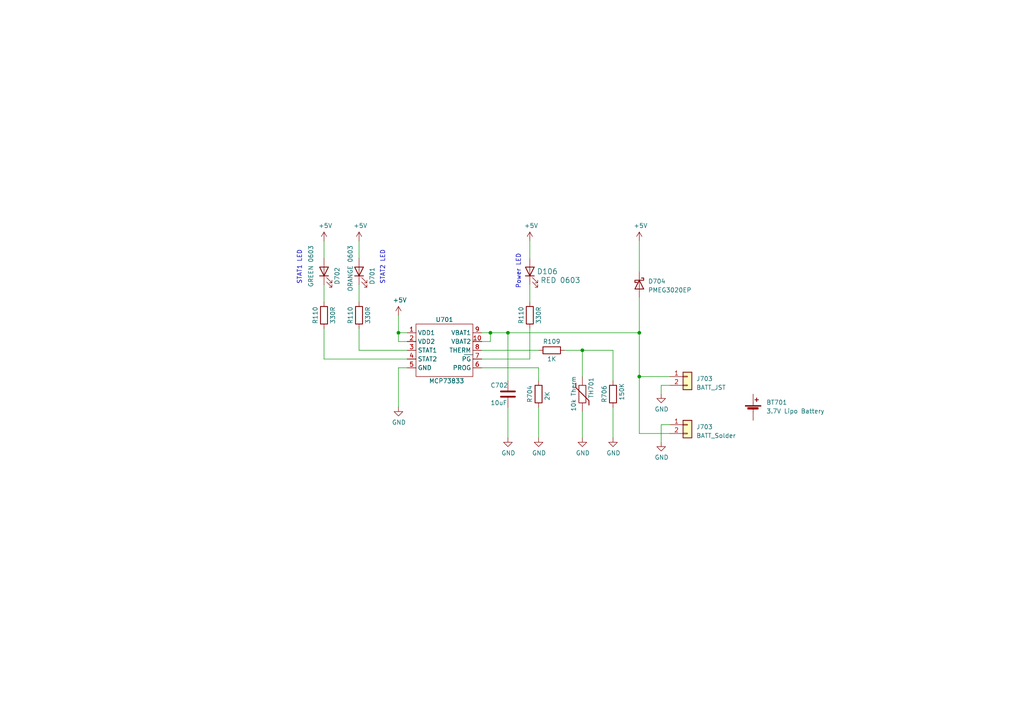
<source format=kicad_sch>
(kicad_sch (version 20230121) (generator eeschema)
  (paper "A4")
  (lib_symbols
    (symbol "Connector_Generic:Conn_01x02" (pin_names (offset 1.016) hide)
      (property "Reference" "J" (at 0 2.54 0))
      (property "Value" "Conn_01x02" (at 0 -5.08 0))
      (symbol "Conn_01x02_1_1"
        (rectangle (start -1.27 -2.413) (end 0 -2.667) (stroke (width 0.1524)))
        (rectangle (start -1.27 0.127) (end 0 -0.127) (stroke (width 0.1524)))
        (rectangle (start -1.27 1.27) (end 1.27 -3.81) (stroke (width 0.254)) (fill (type background)))
        (pin passive line (at -5.08 0 0) (length 3.81) (name "Pin_1") (number "1"))
        (pin passive line (at -5.08 -2.54 0) (length 3.81) (name "Pin_2") (number "2"))
      )
    )
    (symbol "Device:Battery_Cell" (pin_numbers hide) (pin_names (offset 0) hide)
      (property "Reference" "BT" (at 2.54 2.54 0))
      (property "Value" "Battery_Cell" (at 2.54 0 0))
      (symbol "Battery_Cell_0_1"
        (rectangle (start -2.286 1.778) (end 2.286 1.524) (fill (type outline)))
        (rectangle (start -1.5748 1.1938) (end 1.4732 0.6858) (fill (type outline)))
        (polyline (pts (xy 0 0.762) (xy 0 0)))
        (polyline (pts (xy 0 1.778) (xy 0 2.54)))
        (polyline (pts (xy 0.508 3.429) (xy 1.524 3.429)) (stroke (width 0.254)))
        (polyline (pts (xy 1.016 3.937) (xy 1.016 2.921)) (stroke (width 0.254)))
      )
      (symbol "Battery_Cell_1_1"
        (pin passive line (at 0 5.08 270) (length 2.54) (name "+") (number "1"))
        (pin passive line (at 0 -2.54 90) (length 2.54) (name "-") (number "2"))
      )
    )
    (symbol "Device:C" (pin_numbers hide) (pin_names (offset 0.254))
      (property "Reference" "C" (at 0.635 2.54 0))
      (property "Value" "C" (at 0.635 -2.54 0))
      (symbol "C_0_1"
        (polyline (pts (xy -2.032 -0.762) (xy 2.032 -0.762)) (stroke (width 0.508)))
        (polyline (pts (xy -2.032 0.762) (xy 2.032 0.762)) (stroke (width 0.508)))
      )
      (symbol "C_1_1"
        (pin passive line (at 0 3.81 270) (length 2.794) (name "~") (number "1"))
        (pin passive line (at 0 -3.81 90) (length 2.794) (name "~") (number "2"))
      )
    )
    (symbol "Device:D_Schottky" (pin_numbers hide) (pin_names (offset 1.016) hide)
      (property "Reference" "D" (at 0 2.54 0))
      (property "Value" "D_Schottky" (at 0 -2.54 0))
      (symbol "D_Schottky_0_1"
        (polyline (pts (xy 1.27 0) (xy -1.27 0)))
        (polyline (pts (xy 1.27 1.27) (xy 1.27 -1.27) (xy -1.27 0) (xy 1.27 1.27)) (stroke (width 0.254)))
        (polyline (pts (xy -1.905 0.635) (xy -1.905 1.27) (xy -1.27 1.27) (xy -1.27 -1.27) (xy -0.635 -1.27) (xy -0.635 -0.635)) (stroke (width 0.254)))
      )
      (symbol "D_Schottky_1_1"
        (pin passive line (at -3.81 0 0) (length 2.54) (name "K") (number "1"))
        (pin passive line (at 3.81 0 180) (length 2.54) (name "A") (number "2"))
      )
    )
    (symbol "Device:LED" (pin_numbers hide) (pin_names (offset 1.016) hide)
      (property "Reference" "D" (at 0 2.54 0))
      (property "Value" "LED" (at 0 -2.54 0))
      (symbol "LED_0_1"
        (polyline (pts (xy -1.27 -1.27) (xy -1.27 1.27)) (stroke (width 0.254)))
        (polyline (pts (xy -1.27 0) (xy 1.27 0)))
        (polyline (pts (xy 1.27 -1.27) (xy 1.27 1.27) (xy -1.27 0) (xy 1.27 -1.27)) (stroke (width 0.254)))
        (polyline (pts (xy -3.048 -0.762) (xy -4.572 -2.286) (xy -3.81 -2.286) (xy -4.572 -2.286) (xy -4.572 -1.524)))
        (polyline (pts (xy -1.778 -0.762) (xy -3.302 -2.286) (xy -2.54 -2.286) (xy -3.302 -2.286) (xy -3.302 -1.524)))
      )
      (symbol "LED_1_1"
        (pin passive line (at -3.81 0 0) (length 2.54) (name "K") (number "1"))
        (pin passive line (at 3.81 0 180) (length 2.54) (name "A") (number "2"))
      )
    )
    (symbol "Device:R" (pin_numbers hide) (pin_names (offset 0))
      (property "Reference" "R" (at 2.032 0 90))
      (property "Value" "R" (at 0 0 90))
      (symbol "R_0_1"
        (rectangle (start -1.016 -2.54) (end 1.016 2.54) (stroke (width 0.254)))
      )
      (symbol "R_1_1"
        (pin passive line (at 0 3.81 270) (length 1.27) (name "~") (number "1"))
        (pin passive line (at 0 -3.81 90) (length 1.27) (name "~") (number "2"))
      )
    )
    (symbol "Device:Thermistor" (pin_numbers hide) (pin_names (offset 0))
      (property "Reference" "TH" (at 2.54 1.27 90))
      (property "Value" "Thermistor" (at -2.54 0 90))
      (symbol "Thermistor_0_1"
        (rectangle (start -1.016 2.54) (end 1.016 -2.54) (stroke (width 0.2032)))
        (polyline (pts (xy -1.905 3.175) (xy -1.905 1.905) (xy 1.905 -1.905) (xy 1.905 -3.175) (xy 1.905 -3.175)) (stroke (width 0.254)))
      )
      (symbol "Thermistor_1_1"
        (pin passive line (at 0 5.08 270) (length 2.54) (name "~") (number "1"))
        (pin passive line (at 0 -5.08 90) (length 2.54) (name "~") (number "2"))
      )
    )
    (symbol "GPAD_SCH_LIB:MCP73833T-AMI/MF"
      (property "Reference" "U" (at 0 0 0))
      (symbol "MCP73833T-AMI/MF_0_1"
        (polyline (pts (xy 2.54 7.62) (xy 5.08 7.62)) (stroke (width 0) (color 0 72 72 1)))
      )
      (symbol "MCP73833T-AMI/MF_1_1"
        (rectangle (start -11.43 16.51) (end 5.08 1.27))
        (pin input line (at -13.97 13.97 0) (length 2.54) (name "VDD1") (number "1"))
        (pin output line (at 7.62 11.43 180) (length 2.54) (name "VBAT2") (number "10"))
        (pin input line (at -13.97 11.43 0) (length 2.54) (name "VDD2") (number "2"))
        (pin output line (at -13.97 8.89 0) (length 2.54) (name "STAT1") (number "3"))
        (pin output line (at -13.97 6.35 0) (length 2.54) (name "STAT2") (number "4"))
        (pin input line (at -13.97 3.81 0) (length 2.54) (name "GND") (number "5"))
        (pin input line (at 7.62 3.81 180) (length 2.54) (name "PROG") (number "6"))
        (pin output line (at 7.62 6.35 180) (length 2.54) (name "PG") (number "7"))
        (pin input line (at 7.62 8.89 180) (length 2.54) (name "THERM") (number "8"))
        (pin output line (at 7.62 13.97 180) (length 2.54) (name "VBAT1") (number "9"))
      )
    )
    (symbol "power:+5V" (power) (pin_names (offset 0))
      (property "Value" "+5V" (at 0 3.556 0))
      (symbol "+5V_0_1"
        (polyline (pts (xy -0.762 1.27) (xy 0 2.54)))
        (polyline (pts (xy 0 0) (xy 0 2.54)))
        (polyline (pts (xy 0 2.54) (xy 0.762 1.27)))
      )
      (symbol "+5V_1_1"
        (pin power_in line (at 0 0 90) (length 0) hide (name "+5V") (number "1"))
      )
    )
    (symbol "power:GND" (power) (pin_names (offset 0))
      (property "Value" "GND" (at 0 -3.81 0))
      (symbol "GND_0_1"
        (polyline (pts (xy 0 0) (xy 0 -1.27) (xy 1.27 -1.27) (xy 0 -2.54) (xy -1.27 -1.27) (xy 0 -1.27)))
      )
      (symbol "GND_1_1"
        (pin power_in line (at 0 0 270) (length 0) hide (name "GND") (number "1"))
      )
    )
  )
  (junction (at 168.91 101.6))
  (junction (at 115.57 96.52))
  (junction (at 142.24 96.52))
  (junction (at 185.42 96.52))
  (junction (at 185.42 109.22))
  (junction (at 147.32 96.52))
  (wire (pts (xy 104.14 95.25) (xy 104.14 101.6)))
  (wire (pts (xy 153.67 95.25) (xy 153.67 104.14)))
  (wire (pts (xy 177.8 110.49) (xy 177.8 101.6)))
  (wire (pts (xy 177.8 101.6) (xy 168.91 101.6)))
  (wire (pts (xy 156.21 110.49) (xy 156.21 106.68)))
  (wire (pts (xy 185.42 109.22) (xy 185.42 125.73)))
  (wire (pts (xy 185.42 86.36) (xy 185.42 96.52)))
  (wire (pts (xy 185.42 69.85) (xy 185.42 78.74)))
  (wire (pts (xy 118.11 106.68) (xy 115.57 106.68)))
  (wire (pts (xy 185.42 96.52) (xy 185.42 109.22)))
  (wire (pts (xy 168.91 101.6) (xy 168.91 109.22)))
  (wire (pts (xy 168.91 119.38) (xy 168.91 127)))
  (wire (pts (xy 139.7 101.6) (xy 156.21 101.6)))
  (wire (pts (xy 194.31 111.76) (xy 191.77 111.76)))
  (wire (pts (xy 139.7 99.06) (xy 142.24 99.06)))
  (wire (pts (xy 177.8 118.11) (xy 177.8 127)))
  (wire (pts (xy 139.7 104.14) (xy 153.67 104.14)))
  (wire (pts (xy 93.98 69.85) (xy 93.98 74.93)))
  (wire (pts (xy 139.7 96.52) (xy 142.24 96.52)))
  (wire (pts (xy 93.98 104.14) (xy 118.11 104.14)))
  (wire (pts (xy 118.11 96.52) (xy 115.57 96.52)))
  (wire (pts (xy 104.14 82.55) (xy 104.14 87.63)))
  (wire (pts (xy 115.57 106.68) (xy 115.57 118.11)))
  (wire (pts (xy 194.31 123.19) (xy 191.77 123.19)))
  (wire (pts (xy 191.77 123.19) (xy 191.77 128.27)))
  (wire (pts (xy 104.14 101.6) (xy 118.11 101.6)))
  (wire (pts (xy 156.21 118.11) (xy 156.21 127)))
  (wire (pts (xy 185.42 109.22) (xy 194.31 109.22)))
  (wire (pts (xy 153.67 82.55) (xy 153.67 87.63)))
  (wire (pts (xy 118.11 99.06) (xy 115.57 99.06)))
  (wire (pts (xy 163.83 101.6) (xy 168.91 101.6)))
  (wire (pts (xy 185.42 125.73) (xy 194.31 125.73)))
  (wire (pts (xy 115.57 99.06) (xy 115.57 96.52)))
  (wire (pts (xy 147.32 96.52) (xy 147.32 110.49)))
  (wire (pts (xy 142.24 99.06) (xy 142.24 96.52)))
  (wire (pts (xy 93.98 95.25) (xy 93.98 104.14)))
  (wire (pts (xy 147.32 118.11) (xy 147.32 127)))
  (wire (pts (xy 142.24 96.52) (xy 147.32 96.52)))
  (wire (pts (xy 191.77 111.76) (xy 191.77 114.3)))
  (wire (pts (xy 147.32 96.52) (xy 185.42 96.52)))
  (wire (pts (xy 104.14 69.85) (xy 104.14 74.93)))
  (wire (pts (xy 115.57 96.52) (xy 115.57 91.44)))
  (wire (pts (xy 153.67 69.85) (xy 153.67 74.93)))
  (wire (pts (xy 93.98 82.55) (xy 93.98 87.63)))
  (wire (pts (xy 139.7 106.68) (xy 156.21 106.68)))
  (text "Power LED" (at 151.13 83.82 90) (effects (font (size 1.27 1.27)) (justify left bottom)))
  (text "STAT1 LED" (at 87.63 82.55 90) (effects (font (size 1.27 1.27)) (justify left bottom)))
  (text "STAT2 LED" (at 111.76 82.55 90) (effects (font (size 1.27 1.27)) (justify left bottom)))
  (symbol (lib_id "power:+5V") (at 115.57 91.44 0) (unit 1)
    (property "Reference" "#PWR0113" (effects hide))
    (property "Value" "+5V" (at 115.951 87.0458 0))
  )
  (symbol (lib_id "Device:R") (at 93.98 91.44 0) (unit 1)
    (property "Reference" "R110" (at 91.44 91.44 90))
    (property "Value" "330R" (at 96.52 91.44 90))
    (property "Footprint" "Resistor_SMD:R_0603_1608Metric_Pad0.98x0.95mm_HandSolder" (effects hide))
    (property "Distributor 1" "JLCPCB" (effects hide))
    (property "Distributor 1 PN" "C269711" (effects hide))
    (property "Manufacturer" "TyoHM" (effects hide))
    (property "MPN" "RMC06033301%N" (effects hide))
    (property "Description" "0.1W ±1% 330Ω 0603 Chip Resistor - Surface Mount ROHS" (effects hide))
    (property "AssemblyType" "SMT" (effects hide))
    (property "Cost" "0.0015" (effects hide))
    (instances (project "GeneralPurposeAlarmDevicePCB" (path "" (reference "R110") (unit 1)) (path "" (reference "R702") (unit 1))))
  )
  (symbol (lib_id "Device:R") (at 156.21 114.3 0) (unit 1)
    (property "Reference" "R704" (at 153.67 116.84 90) (effects (justify left)))
    (property "Value" "2K" (at 158.75 116.205 90) (effects (justify left)))
    (property "Footprint" "Resistor_SMD:R_0603_1608Metric_Pad0.98x0.95mm_HandSolder" (effects hide))
    (property "AssemblyType" "SMT" (effects hide))
    (property "Cost" "0.0022" (effects hide))
    (property "Description" "100mW ±5% 2kΩ 0603 Chip Resistor - Surface Mount ROHS" (effects hide))
    (property "Distributor 1" "JLCPCB" (effects hide))
    (property "Distributor 1 PN" "C269690" (effects hide))
    (property "MPN" "RMC 0603 2K J N" (effects hide))
    (property "Manufacturer" "TyoHM" (effects hide))
  )
  (symbol (lib_id "Device:LED") (at 153.67 78.74 90) (unit 1)
    (property "Reference" "D106" (at 158.75 78.74 90) (effects (font (size 1.524 1.524))))
    (property "Value" "RED 0603" (at 162.56 81.28 90) (effects (font (size 1.524 1.524))))
    (property "Footprint" "LED_SMD:LED_0603_1608Metric_Pad1.05x0.95mm_HandSolder" (effects hide))
    (property "Distributor 1" "JLCPCB" (effects hide))
    (property "Distributor 1 PN" "C2286" (effects hide))
    (property "MPN" "LTST-C171KRKT" (effects hide))
    (property "Category" "Optoelectronics" (effects hide))
    (property "Family" "LED Indication - Discrete" (effects hide))
    (property "Description" "LED RED CLEAR SMD" (effects hide))
    (property "Manufacturer" "Lite-On Inc." (effects hide))
    (property "Status" "Active" (effects hide))
    (property "DK_Datasheet_Link" "http://optoelectronics.liteon.com/upload/download/DS22-2000-109/LTST-C171KRKT.pdf" (effects hide))
    (property "DK_Detail_Page" "/product-detail/en/lite-on-inc/LTST-C171KRKT/160-1427-1-ND/386800" (effects hide))
    (property "Digi-Key_PN" "160-1427-1-ND" (effects hide))
    (property "AssemblyType" "HAND" (effects hide))
    (property "Cost" "0.0054" (effects hide))
    (instances (project "GeneralPurposeAlarmDevicePCB" (path "" (reference "D106") (unit 1)) (path "" (reference "D703") (unit 1))))
  )
  (symbol (lib_id "Device:D_Schottky") (at 185.42 82.55 270) (unit 1)
    (property "Reference" "D704" (at 187.96 81.5975 90) (effects (justify left)))
    (property "Value" "PMEG3020EP" (at 187.96 84.1375 90) (effects (justify left)))
    (property "Footprint" "Diode_SMD:D_SOD-128" (effects hide))
    (property "Datasheet" "https://fscdn.rohm.com/en/products/databook/datasheet/discrete/diode/schottky_barrier/rb061qs-20-e.pdf" (effects hide))
    (property "AssemblyType" "SMT" (effects hide))
    (property "Cost" "0.48" (effects hide))
    (property "Description" "Vf 310mV Schottky Diode" (effects hide))
    (property "Distributor 1" "Mouser" (effects hide))
    (property "Distributor 1 PN" "771-PMEG3020EP115" (effects hide))
    (property "MPN" "PMEG3020EP,115" (effects hide))
    (property "Manufacturer" "Nexperia" (effects hide))
  )
  (symbol (lib_id "GPAD_SCH_LIB:MCP73833T-AMI/MF") (at 132.08 110.49 0) (unit 1)
    (property "Reference" "U701" (at 128.905 92.71 0))
    (property "Value" "MCP73833" (at 129.54 110.49 0))
    (property "Footprint" "Package_DFN_QFN:DFN-10-1EP_3x3mm_P0.5mm_EP1.7x2.5mm" (effects hide))
    (property "Datasheet" "https://ww1.microchip.com/downloads/en/DeviceDoc/22005b.pdf" (effects hide))
    (property "AssemblyType" "SMT" (effects hide))
    (property "Category" "Integrated Circuits (ICs)" (effects hide))
    (property "Cost" "1.14" (effects hide))
    (property "DK_Datasheet_Link" "https://ww1.microchip.com/downloads/en/DeviceDoc/22005b.pdf" (effects hide))
    (property "DK_Detail_Page" "https://www.digikey.com/en/products/detail/microchip-technology/MCP73833T-AMI-MF/1223181" (effects hide))
    (property "Description" "Lithium Ion/Polymer Battery Charger" (effects hide))
    (property "Distributor 2" "DigiKey" (effects hide))
    (property "Distributor 2 PN" "MCP73833T-AMI/MFCT-ND" (effects hide))
    (property "MPN" "MCP73833T-AMI/MF" (effects hide))
    (property "Manufacturer" "Micro Chip Technology" (effects hide))
    (property "Status" "Active" (effects hide))
  )
  (symbol (lib_id "power:GND") (at 191.77 114.3 0) (unit 1)
    (property "Reference" "#PWR0112" (effects hide))
    (property "Value" "GND" (at 191.897 118.6942 0))
  )
  (symbol (lib_id "Device:R") (at 104.14 91.44 0) (unit 1)
    (property "Reference" "R110" (at 101.6 91.44 90))
    (property "Value" "330R" (at 106.68 91.44 90))
    (property "Footprint" "Resistor_SMD:R_0603_1608Metric_Pad0.98x0.95mm_HandSolder" (effects hide))
    (property "Distributor 1" "JLCPCB" (effects hide))
    (property "Distributor 1 PN" "C269711" (effects hide))
    (property "Manufacturer" "TyoHM" (effects hide))
    (property "MPN" "RMC06033301%N" (effects hide))
    (property "Description" "0.1W ±1% 330Ω 0603 Chip Resistor - Surface Mount ROHS" (effects hide))
    (property "AssemblyType" "SMT" (effects hide))
    (property "Cost" "0.0015" (effects hide))
    (instances (project "GeneralPurposeAlarmDevicePCB" (path "" (reference "R110") (unit 1)) (path "" (reference "R701") (unit 1))))
  )
  (symbol (lib_id "Device:C") (at 147.32 114.3 0) (unit 1)
    (property "Reference" "C702" (at 142.24 111.76 0) (effects (justify left)))
    (property "Value" "10uF" (at 142.24 116.84 0) (effects (justify left)))
    (property "Footprint" "Capacitor_SMD:C_0603_1608Metric_Pad1.08x0.95mm_HandSolder" (effects hide))
    (property "AssemblyType" "SMT" (effects hide))
    (property "Cost" "0.00068" (effects hide))
    (property "Description" "6.3V 10uF X5R ±10% 0603 Multilayer Ceramic Capacitors MLCC - SMD/SMT ROHS" (effects hide))
    (property "Distributor 1" "JLCPCB" (effects hide))
    (property "Distributor 1 PN" "C95839" (effects hide))
    (property "MPN" "CL10A106KQ8NNNC" (effects hide))
    (property "Manufacturer" "Samsung Electro-Mechanics" (effects hide))
  )
  (symbol (lib_id "Device:Battery_Cell") (at 218.44 119.38 0) (unit 1)
    (property "Reference" "BT701" (at 222.25 116.713 0) (effects (justify left)))
    (property "Value" "3.7V Lipo Battery" (at 222.25 119.253 0) (effects (justify left)))
    (property "Footprint" "NA" (effects hide))
    (property "AssemblyType" "HAND" (effects hide))
    (property "Cost" "12.99" (effects hide))
    (property "Description" "2500mAh 3.7V Lipo Battery" (effects hide))
    (property "Distributor 2" "Amazon" (effects hide))
    (property "Distributor 2 PN" "https://www.amazon.com/2500mAh-battery-Rechargeable-Lithium-Connector/dp/B07BTSK8HV/ref=sr_1_1_sspa?crid=2EDWVM4G6D9C1&keywords=2500+mah+battery+485573&qid=1679858620&s=electronics&sprefix=2500+mah+battery+485573%2Celectronics%2C101&sr=1-1-spons&psc=1&spLa=ZW5jcnlwdGVkUXVhbGlmaWVyPUEyTFlDOVgwQko0SDc1JmVuY3J5cHRlZElkPUEwNDI1NzYxMTVBVjNHR0xEQTFGUCZlbmNyeXB0ZWRBZElkPUEwMTU2NzMwMlhNUzVFUEpHVU5PSyZ3aWRnZXROYW1lPXNwX2F0ZiZhY3Rpb249Y2xpY2tSZWRpcmVjdCZkb05vdExvZ0NsaWNrPXRydWU=" (effects hide))
    (property "Family" "Battery" (effects hide))
  )
  (symbol (lib_id "Connector_Generic:Conn_01x02") (at 199.39 109.22 0) (unit 1)
    (property "Reference" "J703" (at 201.93 109.855 0) (effects (justify left)))
    (property "Value" "BATT_JST" (at 201.93 112.395 0) (effects (justify left)))
    (property "Footprint" "Connector_JST:JST_PH_S2B-PH-K_1x02_P2.00mm_Horizontal" (effects hide))
    (property "Datasheet" "https://www.jst-mfg.com/product/pdf/eng/ePH.pdf" (effects hide))
    (property "Category" "Connector" (effects hide))
    (property "Cost" "0.17" (effects hide))
    (property "DK_Datasheet_Link" "https://www.jst-mfg.com/product/pdf/eng/ePH.pdf" (effects hide))
    (property "DK_Detail_Page" "https://www.digikey.com/en/products/detail/jst-sales-america-inc/S2B-PH-K-S-LF-SN/926626" (effects hide))
    (property "Description" "CONN HEADER R/A 2POS 2MM" (effects hide))
    (property "Digi-Key_PN" "455-1719-ND" (effects hide))
    (property "Distributor 1" "DigiKey" (effects hide))
    (property "Distributor 1 PN" "455-1719-ND" (effects hide))
    (property "Family" "Rectangular Connectors - Headers, Male Pins" (effects hide))
    (property "MPN" "S2B-PH-K-S(LF)(SN)" (effects hide))
    (property "Manufacturer" "JST" (effects hide))
    (property "Status" "Active" (effects hide))
    (property "AssemblyType" "HAND" (effects hide))
  )
  (symbol (lib_id "power:GND") (at 147.32 127 0) (unit 1)
    (property "Reference" "#PWR0112" (effects hide))
    (property "Value" "GND" (at 147.447 131.3942 0))
  )
  (symbol (lib_id "Device:LED") (at 104.14 78.74 90) (unit 1)
    (property "Reference" "D701" (at 107.95 77.47 0) (effects (justify right)))
    (property "Value" "ORANGE 0603" (at 101.6 71.12 0) (effects (justify right)))
    (property "Footprint" "LED_SMD:LED_0603_1608Metric" (effects hide))
    (property "Datasheet" "https://optoelectronics.liteon.com/upload/download/DS22-2000-222/LTST-C191KFKT.pdf" (effects hide))
    (property "AssemblyType" "SMT" (effects hide))
    (property "Category" "Optoelectronics" (effects hide))
    (property "Cost" "0.0215" (effects hide))
    (property "DK_Datasheet_Link" "https://optoelectronics.liteon.com/upload/download/DS22-2000-222/LTST-C191KFKT.pdf" (effects hide))
    (property "DK_Detail_Page" "https://www.digikey.com/en/products/detail/liteon/LTST-C191KFKT/386833" (effects hide))
    (property "Description" "LED ORANGE CLEAR SMD" (effects hide))
    (property "Digi-Key_PN" "160-1445-1-ND" (effects hide))
    (property "Distributor 1" "JLCPCB" (effects hide))
    (property "Distributor 1 PN" "C160478" (effects hide))
    (property "Family" "LED Indication - Discrete" (effects hide))
    (property "MPN" "LTST-C191KFKT" (effects hide))
    (property "Manufacturer" "Lite-On Inc." (effects hide))
    (property "Status" "Active" (effects hide))
  )
  (symbol (lib_id "power:GND") (at 168.91 127 0) (unit 1)
    (property "Reference" "#PWR0112" (effects hide))
    (property "Value" "GND" (at 169.037 131.3942 0))
  )
  (symbol (lib_id "power:GND") (at 177.8 127 0) (unit 1)
    (property "Reference" "#PWR0112" (effects hide))
    (property "Value" "GND" (at 177.927 131.3942 0))
  )
  (symbol (lib_id "power:GND") (at 156.21 127 0) (unit 1)
    (property "Reference" "#PWR0112" (effects hide))
    (property "Value" "GND" (at 156.337 131.3942 0))
  )
  (symbol (lib_id "power:GND") (at 115.57 118.11 0) (unit 1)
    (property "Reference" "#PWR0112" (effects hide))
    (property "Value" "GND" (at 115.697 122.5042 0))
  )
  (symbol (lib_id "Device:R") (at 160.02 101.6 90) (unit 1)
    (property "Reference" "R109" (at 160.02 99.06 90))
    (property "Value" "1K" (at 160.02 104.14 90))
    (property "Footprint" "Resistor_SMD:R_0603_1608Metric_Pad0.98x0.95mm_HandSolder" (effects hide))
    (property "Distributor 1" "JLCPCB" (effects hide))
    (property "Distributor 1 PN" "C269704" (effects hide))
    (property "Manufacturer" "TyoHM" (effects hide))
    (property "MPN" "RMC06031K1%N" (effects hide))
    (property "Description" "0.1W ±1% 1kΩ 0603 Chip Resistor - Surface Mount ROHS" (effects hide))
    (property "AssemblyType" "SMT" (effects hide))
    (property "Cost" "0.0015" (effects hide))
    (instances (project "GeneralPurposeAlarmDevicePCB" (path "" (reference "R109") (unit 1)) (path "" (reference "R705") (unit 1))))
  )
  (symbol (lib_id "power:+5V") (at 185.42 69.85 0) (unit 1)
    (property "Reference" "#PWR0113" (effects hide))
    (property "Value" "+5V" (at 185.801 65.4558 0))
  )
  (symbol (lib_id "power:+5V") (at 104.14 69.85 0) (unit 1)
    (property "Reference" "#PWR0113" (effects hide))
    (property "Value" "+5V" (at 104.521 65.4558 0))
  )
  (symbol (lib_id "Device:Thermistor") (at 168.91 114.3 0) (unit 1)
    (property "Reference" "TH701" (at 171.45 115.57 90) (effects (justify left)))
    (property "Value" "10k Therm" (at 166.37 119.38 90) (effects (justify left)))
    (property "Footprint" "Resistor_SMD:R_0603_1608Metric_Pad0.98x0.95mm_HandSolder" (effects hide))
    (property "AssemblyType" "SMT" (effects hide))
    (property "Category" "NTC Thermistors" (effects hide))
    (property "Cost" "0.0229" (effects hide))
    (property "Description" "10kΩ 0.31mA 100mW ±1% 3950K ±1% 0603 NTC Thermistors ROHS" (effects hide))
    (property "Distributor 1" "JLCPCB" (effects hide))
    (property "Distributor 1 PN" "C2892547" (effects hide))
    (property "MPN" "KNTC0603/10KF3950" (effects hide))
    (property "Manufacturer" "KUU" (effects hide))
  )
  (symbol (lib_id "power:GND") (at 191.77 128.27 0) (unit 1)
    (property "Reference" "#PWR0112" (effects hide))
    (property "Value" "GND" (at 191.897 132.6642 0))
  )
  (symbol (lib_id "power:+5V") (at 153.67 69.85 0) (unit 1)
    (property "Reference" "#PWR0113" (effects hide))
    (property "Value" "+5V" (at 154.051 65.4558 0))
  )
  (symbol (lib_id "power:+5V") (at 93.98 69.85 0) (unit 1)
    (property "Reference" "#PWR0113" (effects hide))
    (property "Value" "+5V" (at 94.361 65.4558 0))
  )
  (symbol (lib_id "Device:R") (at 177.8 114.3 0) (unit 1)
    (property "Reference" "R706" (at 175.26 116.84 90) (effects (justify left)))
    (property "Value" "150K" (at 180.34 116.205 90) (effects (justify left)))
    (property "Footprint" "Resistor_SMD:R_0603_1608Metric_Pad0.98x0.95mm_HandSolder" (effects hide))
    (property "AssemblyType" "SMT" (effects hide))
    (property "Cost" "0.0027" (effects hide))
    (property "Description" "100mW ±1% 150kΩ 0603 Chip Resistor - Surface Mount ROHS" (effects hide))
    (property "Distributor 1" "JLCPCB" (effects hide))
    (property "Distributor 1 PN" "C269410" (effects hide))
    (property "MPN" "RMC0603150K1%N" (effects hide))
    (property "Manufacturer" "TyoHM" (effects hide))
  )
  (symbol (lib_id "Connector_Generic:Conn_01x02") (at 199.39 123.19 0) (unit 1)
    (property "Reference" "J703" (at 201.93 123.825 0) (effects (justify left)))
    (property "Value" "BATT_Solder" (at 201.93 126.365 0) (effects (justify left)))
    (property "Footprint" "Connector_PinSocket_2.54mm:PinSocket_1x02_P2.54mm_Vertical" (effects hide))
  )
  (symbol (lib_id "Device:R") (at 153.67 91.44 0) (unit 1)
    (property "Reference" "R110" (at 151.13 91.44 90))
    (property "Value" "330R" (at 156.21 91.44 90))
    (property "Footprint" "Resistor_SMD:R_0603_1608Metric_Pad0.98x0.95mm_HandSolder" (effects hide))
    (property "Distributor 1" "JLCPCB" (effects hide))
    (property "Distributor 1 PN" "C269711" (effects hide))
    (property "Manufacturer" "TyoHM" (effects hide))
    (property "MPN" "RMC06033301%N" (effects hide))
    (property "Description" "0.1W ±1% 330Ω 0603 Chip Resistor - Surface Mount ROHS" (effects hide))
    (property "AssemblyType" "SMT" (effects hide))
    (property "Cost" "0.0015" (effects hide))
    (instances (project "GeneralPurposeAlarmDevicePCB" (path "" (reference "R110") (unit 1)) (path "" (reference "R703") (unit 1))))
  )
  (symbol (lib_id "Device:LED") (at 93.98 78.74 90) (unit 1)
    (property "Reference" "D702" (at 97.79 77.47 0) (effects (justify right)))
    (property "Value" "GREEN 0603" (at 90.17 71.12 0) (effects (justify right)))
    (property "Footprint" "LED_SMD:LED_0603_1608Metric" (effects hide))
    (property "Datasheet" "~https://optoelectronics.liteon.com/upload/download/DS22-2000-032/LTST-C190TGKT.PDF" (effects hide))
    (property "AssemblyType" "SMT" (effects hide))
    (property "Category" "Optoelectronics" (effects hide))
    (property "Cost" "0.0375" (effects hide))
    (property "DK_Datasheet_Link" "https://www.digikey.com/en/products/detail/liteon/LTST-C190TGKT/2764955?s=N4IgTCBcDaIDIBUDKCC0BhAjATgAwIHEBpBEAXQF8g" (effects hide))
    (property "DK_Detail_Page" "https://www.digikey.com/en/products/detail/liteon/LTST-C190TGKT/2764955?s=N4IgTCBcDaIDIBUDKCC0BhAjATgAwIHEBpBEAXQF8g" (effects hide))
    (property "Description" "LED GREEN CLEAR CHIP SMD" (effects hide))
    (property "Digi-Key_PN" "160-2019-1-ND" (effects hide))
    (property "Distributor 1" "JLCPCB" (effects hide))
    (property "Distributor 1 PN" "C364559" (effects hide))
    (property "Family" "LED Indication - Discrete" (effects hide))
    (property "MPN" "LTST-C190TGKT" (effects hide))
    (property "Manufacturer" "Lite-On Inc." (effects hide))
  )
)
</source>
